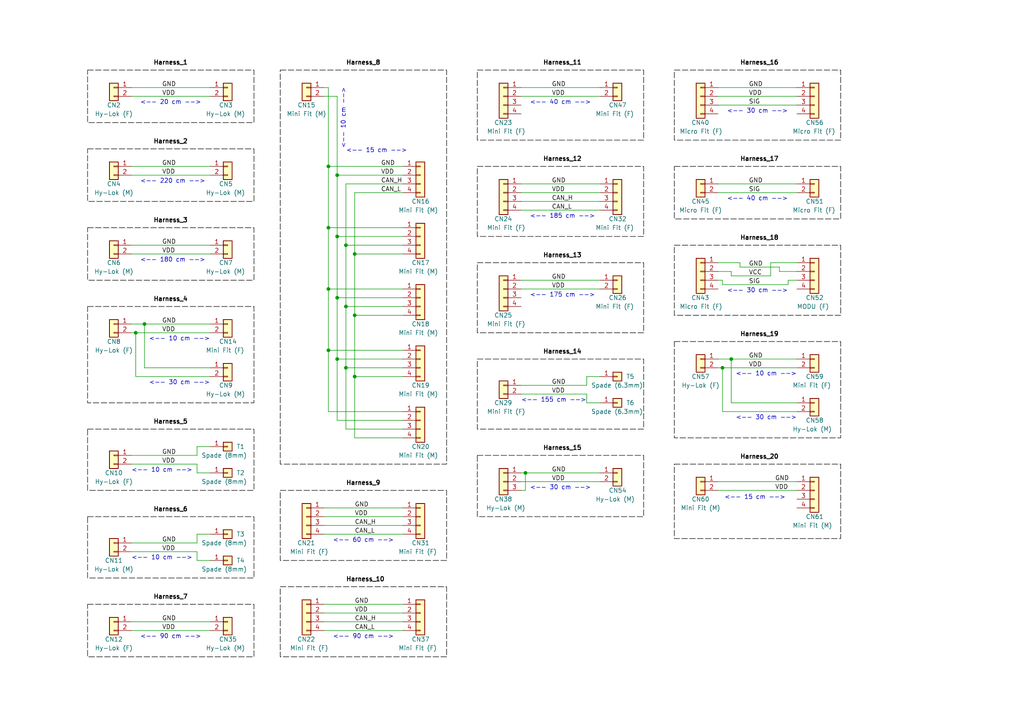
<source format=kicad_sch>
(kicad_sch (version 20250114) (generator "eeschema") (generator_version "9.0")
  (paper "A4")
  (title_block (title "Harnesses 1 - EcoMaua 2024 - Carbonasso") (date "2024-07-11") (rev "V1.0.0") (company "Instituto Mauá de Tecnologia"))
  (lib_symbols
    (symbol "Connector_Generic:Conn_01x01" (pin_names (offset 1.016) (hide yes))
      (property "Reference" "J" (at 0 2.54 0))
      (property "Value" "Conn_01x01" (at 0 -2.54 0))
      (symbol "Conn_01x01_1_1"
        (rectangle (start -1.27 1.27) (end 1.27 -1.27) (stroke (width 0.254)) (fill (type background)))
        (rectangle (start -1.27 0.127) (end 0 -0.127) (stroke (width 0.1524)))
        (pin passive line (at -5.08 0 0) (length 3.81) (name "Pin_1") (number "1"))
      )
    )
    (symbol "Connector_Generic:Conn_01x02" (pin_names (offset 1.016) (hide yes))
      (property "Reference" "J" (at 0 2.54 0))
      (property "Value" "Conn_01x02" (at 0 -5.08 0))
      (symbol "Conn_01x02_1_1"
        (rectangle (start -1.27 1.27) (end 1.27 -3.81) (stroke (width 0.254)) (fill (type background)))
        (rectangle (start -1.27 0.127) (end 0 -0.127) (stroke (width 0.1524)))
        (rectangle (start -1.27 -2.413) (end 0 -2.667) (stroke (width 0.1524)))
        (pin passive line (at -5.08 0 0) (length 3.81) (name "Pin_1") (number "1"))
        (pin passive line (at -5.08 -2.54 0) (length 3.81) (name "Pin_2") (number "2"))
      )
    )
    (symbol "Connector_Generic:Conn_01x03" (pin_names (offset 1.016) (hide yes))
      (property "Reference" "J" (at 0 5.08 0))
      (property "Value" "Conn_01x03" (at 0 -5.08 0))
      (symbol "Conn_01x03_1_1"
        (rectangle (start -1.27 3.81) (end 1.27 -3.81) (stroke (width 0.254)) (fill (type background)))
        (rectangle (start -1.27 2.667) (end 0 2.413) (stroke (width 0.1524)))
        (rectangle (start -1.27 0.127) (end 0 -0.127) (stroke (width 0.1524)))
        (rectangle (start -1.27 -2.413) (end 0 -2.667) (stroke (width 0.1524)))
        (pin passive line (at -5.08 2.54 0) (length 3.81) (name "Pin_1") (number "1"))
        (pin passive line (at -5.08 0 0) (length 3.81) (name "Pin_2") (number "2"))
        (pin passive line (at -5.08 -2.54 0) (length 3.81) (name "Pin_3") (number "3"))
      )
    )
    (symbol "Connector_Generic:Conn_01x04" (pin_names (offset 1.016) (hide yes))
      (property "Reference" "J" (at 0 5.08 0))
      (property "Value" "Conn_01x04" (at 0 -7.62 0))
      (symbol "Conn_01x04_1_1"
        (rectangle (start -1.27 3.81) (end 1.27 -6.35) (stroke (width 0.254)) (fill (type background)))
        (rectangle (start -1.27 2.667) (end 0 2.413) (stroke (width 0.1524)))
        (rectangle (start -1.27 0.127) (end 0 -0.127) (stroke (width 0.1524)))
        (rectangle (start -1.27 -2.413) (end 0 -2.667) (stroke (width 0.1524)))
        (rectangle (start -1.27 -4.953) (end 0 -5.207) (stroke (width 0.1524)))
        (pin passive line (at -5.08 2.54 0) (length 3.81) (name "Pin_1") (number "1"))
        (pin passive line (at -5.08 0 0) (length 3.81) (name "Pin_2") (number "2"))
        (pin passive line (at -5.08 -2.54 0) (length 3.81) (name "Pin_3") (number "3"))
        (pin passive line (at -5.08 -5.08 0) (length 3.81) (name "Pin_4") (number "4"))
      )
    )
  )
  (rectangle (start 138.43 104.14) (end 186.69 124.46) (stroke (width 0) (type dash) (color 0 0 0 1)))
  (rectangle (start 195.58 99.06) (end 243.84 127) (stroke (width 0) (type dash) (color 0 0 0 1)))
  (rectangle (start 81.28 20.32) (end 129.54 134.62) (stroke (width 0) (type dash) (color 0 0 0 1)))
  (rectangle (start 25.4 43.18) (end 73.66 58.42) (stroke (width 0) (type dash) (color 0 0 0 1)))
  (rectangle (start 25.4 175.26) (end 73.66 190.5) (stroke (width 0) (type dash) (color 0 0 0 1)))
  (rectangle (start 138.43 76.2) (end 186.69 96.52) (stroke (width 0) (type dash) (color 0 0 0 1)))
  (rectangle (start 25.4 20.32) (end 73.66 35.56) (stroke (width 0) (type dash) (color 0 0 0 1)))
  (rectangle (start 25.4 66.04) (end 73.66 81.28) (stroke (width 0) (type dash) (color 0 0 0 1)))
  (rectangle (start 25.4 149.86) (end 73.66 167.64) (stroke (width 0) (type dash) (color 0 0 0 1)))
  (rectangle (start 195.58 20.32) (end 243.84 40.64) (stroke (width 0) (type dash) (color 0 0 0 1)))
  (rectangle (start 81.28 142.24) (end 129.54 162.56) (stroke (width 0) (type dash) (color 0 0 0 1)))
  (rectangle (start 81.28 170.18) (end 129.54 190.5) (stroke (width 0) (type dash) (color 0 0 0 1)))
  (rectangle (start 195.58 71.12) (end 243.84 91.44) (stroke (width 0) (type dash) (color 0 0 0 1)))
  (rectangle (start 138.43 48.26) (end 186.69 68.58) (stroke (width 0) (type dash) (color 0 0 0 1)))
  (rectangle (start 25.4 124.46) (end 73.66 142.24) (stroke (width 0) (type dash) (color 0 0 0 1)))
  (rectangle (start 195.58 134.62) (end 243.84 156.21) (stroke (width 0) (type dash) (color 0 0 0 1)))
  (rectangle (start 25.4 88.9) (end 73.66 116.84) (stroke (width 0) (type dash) (color 0 0 0 1)))
  (rectangle (start 195.58 48.26) (end 243.84 63.5) (stroke (width 0) (type dash) (color 0 0 0 1)))
  (rectangle (start 138.43 20.32) (end 186.69 40.64) (stroke (width 0) (type dash) (color 0 0 0 1)))
  (rectangle (start 138.43 132.08) (end 186.69 149.86) (stroke (width 0) (type dash) (color 0 0 0 1)))
  (text "Harness_15" (at 157.48 130.81 0) (effects (font (size 1.27 1.27) (thickness 0.254) (bold yes)) (justify left bottom)))
  (text "<-- 175 cm -->" (at 153.67 86.36 0) (effects (font (size 1.27 1.27)) (justify left bottom)))
  (text "<-- 15 cm -->" (at 118.11 44.45 0) (effects (font (size 1.27 1.27)) (justify right bottom)))
  (text "<-- 15 cm -->" (at 227.838 145.034 0) (effects (font (size 1.27 1.27)) (justify right bottom)))
  (text "Harness_20" (at 214.63 133.35 0) (effects (font (size 1.27 1.27) (thickness 0.254) (bold yes)) (justify left bottom)))
  (text "<-- 30 cm -->" (at 210.82 33.02 0) (effects (font (size 1.27 1.27)) (justify left bottom)))
  (text "Harness_18" (at 214.63 69.85 0) (effects (font (size 1.27 1.27) (thickness 0.254) (bold yes)) (justify left bottom)))
  (text "<-- 90 cm -->" (at 96.52 185.42 0) (effects (font (size 1.27 1.27)) (justify left bottom)))
  (text "<-- 180 cm -->" (at 40.64 76.2 0) (effects (font (size 1.27 1.27)) (justify left bottom)))
  (text "<-- 10 cm -->" (at 43.18 99.06 0) (effects (font (size 1.27 1.27)) (justify left bottom)))
  (text "<-- 40 cm -->" (at 210.82 58.42 0) (effects (font (size 1.27 1.27)) (justify left bottom)))
  (text "<-- 155 cm -->" (at 151.13 116.84 0) (effects (font (size 1.27 1.27)) (justify left bottom)))
  (text "<-- 220 cm -->" (at 40.64 53.34 0) (effects (font (size 1.27 1.27)) (justify left bottom)))
  (text "Harness_19" (at 214.63 97.79 0) (effects (font (size 1.27 1.27) (thickness 0.254) (bold yes)) (justify left bottom)))
  (text "Harness_14" (at 157.48 102.87 0) (effects (font (size 1.27 1.27) (thickness 0.254) (bold yes)) (justify left bottom)))
  (text "<-- 10 cm -->" (at 213.36 109.22 0) (effects (font (size 1.27 1.27)) (justify left bottom)))
  (text "<-- 185 cm -->" (at 153.67 63.5 0) (effects (font (size 1.27 1.27)) (justify left bottom)))
  (text "Harness_6" (at 44.45 148.59 0) (effects (font (size 1.27 1.27) (thickness 0.254) (bold yes)) (justify left bottom)))
  (text "<-- 90 cm -->" (at 40.64 185.42 0) (effects (font (size 1.27 1.27)) (justify left bottom)))
  (text "<-- 30 cm -->" (at 213.36 121.92 0) (effects (font (size 1.27 1.27)) (justify left bottom)))
  (text "<-- 30 cm -->" (at 153.67 142.24 0) (effects (font (size 1.27 1.27)) (justify left bottom)))
  (text "Harness_4" (at 44.45 87.63 0) (effects (font (size 1.27 1.27) (thickness 0.254) (bold yes)) (justify left bottom)))
  (text "Harness_13" (at 157.48 74.93 0) (effects (font (size 1.27 1.27) (thickness 0.254) (bold yes)) (justify left bottom)))
  (text "Harness_3" (at 44.45 64.77 0) (effects (font (size 1.27 1.27) (thickness 0.254) (bold yes)) (justify left bottom)))
  (text "<-- 60 cm -->" (at 96.52 157.48 0) (effects (font (size 1.27 1.27)) (justify left bottom)))
  (text "Harness_7" (at 44.45 173.99 0) (effects (font (size 1.27 1.27) (thickness 0.254) (bold yes)) (justify left bottom)))
  (text "<-- 40 cm -->" (at 153.67 30.48 0) (effects (font (size 1.27 1.27)) (justify left bottom)))
  (text "Harness_11" (at 157.48 19.05 0) (effects (font (size 1.27 1.27) (thickness 0.254) (bold yes)) (justify left bottom)))
  (text "Harness_8" (at 100.33 19.05 0) (effects (font (size 1.27 1.27) (thickness 0.254) (bold yes)) (justify left bottom)))
  (text "Harness_17" (at 214.63 46.99 0) (effects (font (size 1.27 1.27) (thickness 0.254) (bold yes)) (justify left bottom)))
  (text "<-- 10 cm -->" (at 38.1 137.16 0) (effects (font (size 1.27 1.27)) (justify left bottom)))
  (text "<-- 10 cm -->" (at 38.1 162.56 0) (effects (font (size 1.27 1.27)) (justify left bottom)))
  (text "Harness_5" (at 44.45 123.19 0) (effects (font (size 1.27 1.27) (thickness 0.254) (bold yes)) (justify left bottom)))
  (text "Harness_12" (at 157.48 46.99 0) (effects (font (size 1.27 1.27) (thickness 0.254) (bold yes)) (justify left bottom)))
  (text "<-- 20 cm -->" (at 40.64 30.48 0) (effects (font (size 1.27 1.27)) (justify left bottom)))
  (text "Harness_10" (at 100.33 168.91 0) (effects (font (size 1.27 1.27) (thickness 0.254) (bold yes)) (justify left bottom)))
  (text "Harness_2" (at 44.45 41.91 0) (effects (font (size 1.27 1.27) (thickness 0.254) (bold yes)) (justify left bottom)))
  (text "Harness_16" (at 214.63 19.05 0) (effects (font (size 1.27 1.27) (thickness 0.254) (bold yes)) (justify left bottom)))
  (text "<-- 30 cm -->" (at 43.18 111.76 0) (effects (font (size 1.27 1.27)) (justify left bottom)))
  (text "<-- 30 cm -->" (at 210.82 85.09 0) (effects (font (size 1.27 1.27)) (justify left bottom)))
  (text "Harness_9" (at 100.33 140.97 0) (effects (font (size 1.27 1.27) (thickness 0.254) (bold yes)) (justify left bottom)))
  (text "Harness_1" (at 44.45 19.05 0) (effects (font (size 1.27 1.27) (thickness 0.254) (bold yes)) (justify left bottom)))
  (text "<-- 10 cm -->" (at 100.33 43.18 90) (effects (font (size 1.27 1.27)) (justify left bottom)))
  (junction (at 39.37 96.52))
  (junction (at 102.87 91.44))
  (junction (at 95.25 66.04))
  (junction (at 102.87 109.22))
  (junction (at 152.4 137.16))
  (junction (at 100.33 71.12))
  (junction (at 100.33 88.9))
  (junction (at 95.25 83.82))
  (junction (at 97.79 86.36))
  (junction (at 41.91 93.98))
  (junction (at 97.79 68.58))
  (junction (at 209.55 106.68))
  (junction (at 102.87 73.66))
  (junction (at 97.79 50.8))
  (junction (at 100.33 106.68))
  (junction (at 95.25 101.6))
  (junction (at 95.25 48.26))
  (junction (at 212.09 104.14))
  (junction (at 97.79 104.14))
  (wire (pts (xy 57.15 154.94) (xy 57.15 157.48)))
  (wire (pts (xy 151.13 114.3) (xy 170.18 114.3)))
  (wire (pts (xy 116.84 86.36) (xy 97.79 86.36)))
  (wire (pts (xy 209.55 82.55) (xy 209.55 81.28)))
  (wire (pts (xy 151.13 53.34) (xy 173.99 53.34)))
  (wire (pts (xy 60.96 137.16) (xy 57.15 137.16)))
  (wire (pts (xy 93.98 25.4) (xy 95.25 25.4)))
  (wire (pts (xy 95.25 83.82) (xy 95.25 101.6)))
  (wire (pts (xy 102.87 109.22) (xy 116.84 109.22)))
  (wire (pts (xy 38.1 50.8) (xy 60.96 50.8)))
  (wire (pts (xy 38.1 157.48) (xy 57.15 157.48)))
  (wire (pts (xy 93.98 154.94) (xy 116.84 154.94)))
  (wire (pts (xy 208.28 27.94) (xy 231.14 27.94)))
  (wire (pts (xy 97.79 27.94) (xy 97.79 50.8)))
  (wire (pts (xy 116.84 101.6) (xy 95.25 101.6)))
  (wire (pts (xy 95.25 66.04) (xy 95.25 83.82)))
  (wire (pts (xy 231.14 116.84) (xy 212.09 116.84)))
  (wire (pts (xy 102.87 91.44) (xy 116.84 91.44)))
  (wire (pts (xy 116.84 68.58) (xy 97.79 68.58)))
  (wire (pts (xy 93.98 147.32) (xy 116.84 147.32)))
  (wire (pts (xy 38.1 48.26) (xy 60.96 48.26)))
  (wire (pts (xy 170.18 116.84) (xy 173.99 116.84)))
  (wire (pts (xy 97.79 68.58) (xy 97.79 86.36)))
  (wire (pts (xy 100.33 71.12) (xy 100.33 88.9)))
  (wire (pts (xy 57.15 132.08) (xy 38.1 132.08)))
  (wire (pts (xy 208.28 55.88) (xy 231.14 55.88)))
  (wire (pts (xy 102.87 55.88) (xy 116.84 55.88)))
  (wire (pts (xy 102.87 73.66) (xy 116.84 73.66)))
  (wire (pts (xy 38.1 25.4) (xy 60.96 25.4)))
  (wire (pts (xy 100.33 71.12) (xy 116.84 71.12)))
  (wire (pts (xy 116.84 127) (xy 102.87 127)))
  (wire (pts (xy 100.33 88.9) (xy 116.84 88.9)))
  (wire (pts (xy 57.15 137.16) (xy 57.15 134.62)))
  (wire (pts (xy 170.18 109.22) (xy 173.99 109.22)))
  (wire (pts (xy 41.91 106.68) (xy 41.91 93.98)))
  (wire (pts (xy 209.55 81.28) (xy 208.28 81.28)))
  (wire (pts (xy 151.13 111.76) (xy 170.18 111.76)))
  (wire (pts (xy 228.6 82.55) (xy 209.55 82.55)))
  (wire (pts (xy 116.84 83.82) (xy 95.25 83.82)))
  (wire (pts (xy 151.13 60.96) (xy 173.99 60.96)))
  (wire (pts (xy 151.13 142.24) (xy 152.4 142.24)))
  (wire (pts (xy 208.28 142.24) (xy 231.14 142.24)))
  (wire (pts (xy 209.55 106.68) (xy 209.55 119.38)))
  (wire (pts (xy 38.1 182.88) (xy 60.96 182.88)))
  (wire (pts (xy 57.15 129.54) (xy 57.15 132.08)))
  (wire (pts (xy 39.37 96.52) (xy 60.96 96.52)))
  (wire (pts (xy 93.98 149.86) (xy 116.84 149.86)))
  (wire (pts (xy 38.1 180.34) (xy 60.96 180.34)))
  (wire (pts (xy 100.33 106.68) (xy 116.84 106.68)))
  (wire (pts (xy 151.13 55.88) (xy 173.99 55.88)))
  (wire (pts (xy 208.28 25.4) (xy 231.14 25.4)))
  (wire (pts (xy 226.06 77.47) (xy 226.06 78.74)))
  (wire (pts (xy 226.06 78.74) (xy 231.14 78.74)))
  (wire (pts (xy 100.33 53.34) (xy 116.84 53.34)))
  (wire (pts (xy 60.96 162.56) (xy 57.15 162.56)))
  (wire (pts (xy 93.98 180.34) (xy 116.84 180.34)))
  (wire (pts (xy 231.14 119.38) (xy 209.55 119.38)))
  (wire (pts (xy 208.28 30.48) (xy 231.14 30.48)))
  (wire (pts (xy 116.84 66.04) (xy 95.25 66.04)))
  (wire (pts (xy 170.18 114.3) (xy 170.18 116.84)))
  (wire (pts (xy 214.63 76.2) (xy 208.28 76.2)))
  (wire (pts (xy 60.96 109.22) (xy 39.37 109.22)))
  (wire (pts (xy 57.15 154.94) (xy 60.96 154.94)))
  (wire (pts (xy 151.13 27.94) (xy 173.99 27.94)))
  (wire (pts (xy 93.98 152.4) (xy 116.84 152.4)))
  (wire (pts (xy 60.96 106.68) (xy 41.91 106.68)))
  (wire (pts (xy 41.91 93.98) (xy 60.96 93.98)))
  (wire (pts (xy 100.33 53.34) (xy 100.33 71.12)))
  (wire (pts (xy 151.13 139.7) (xy 173.99 139.7)))
  (wire (pts (xy 102.87 127) (xy 102.87 109.22)))
  (wire (pts (xy 97.79 27.94) (xy 93.98 27.94)))
  (wire (pts (xy 116.84 121.92) (xy 97.79 121.92)))
  (wire (pts (xy 209.55 106.68) (xy 231.14 106.68)))
  (wire (pts (xy 38.1 160.02) (xy 57.15 160.02)))
  (wire (pts (xy 93.98 182.88) (xy 116.84 182.88)))
  (wire (pts (xy 39.37 96.52) (xy 39.37 109.22)))
  (wire (pts (xy 228.6 81.28) (xy 231.14 81.28)))
  (wire (pts (xy 212.09 104.14) (xy 231.14 104.14)))
  (wire (pts (xy 57.15 129.54) (xy 60.96 129.54)))
  (wire (pts (xy 208.28 139.7) (xy 231.14 139.7)))
  (wire (pts (xy 100.33 88.9) (xy 100.33 106.68)))
  (wire (pts (xy 57.15 162.56) (xy 57.15 160.02)))
  (wire (pts (xy 38.1 134.62) (xy 57.15 134.62)))
  (wire (pts (xy 228.6 82.55) (xy 228.6 81.28)))
  (wire (pts (xy 151.13 25.4) (xy 173.99 25.4)))
  (wire (pts (xy 170.18 111.76) (xy 170.18 109.22)))
  (wire (pts (xy 100.33 124.46) (xy 100.33 106.68)))
  (wire (pts (xy 223.52 76.2) (xy 231.14 76.2)))
  (wire (pts (xy 116.84 119.38) (xy 95.25 119.38)))
  (wire (pts (xy 151.13 58.42) (xy 173.99 58.42)))
  (wire (pts (xy 102.87 91.44) (xy 102.87 73.66)))
  (wire (pts (xy 41.91 93.98) (xy 38.1 93.98)))
  (wire (pts (xy 116.84 104.14) (xy 97.79 104.14)))
  (wire (pts (xy 95.25 25.4) (xy 95.25 48.26)))
  (wire (pts (xy 38.1 71.12) (xy 60.96 71.12)))
  (wire (pts (xy 95.25 48.26) (xy 95.25 66.04)))
  (wire (pts (xy 39.37 96.52) (xy 38.1 96.52)))
  (wire (pts (xy 152.4 142.24) (xy 152.4 137.16)))
  (wire (pts (xy 151.13 81.28) (xy 173.99 81.28)))
  (wire (pts (xy 102.87 55.88) (xy 102.87 73.66)))
  (wire (pts (xy 212.09 116.84) (xy 212.09 104.14)))
  (wire (pts (xy 97.79 50.8) (xy 116.84 50.8)))
  (wire (pts (xy 151.13 83.82) (xy 173.99 83.82)))
  (wire (pts (xy 209.55 106.68) (xy 208.28 106.68)))
  (wire (pts (xy 223.52 80.01) (xy 212.09 80.01)))
  (wire (pts (xy 97.79 86.36) (xy 97.79 104.14)))
  (wire (pts (xy 212.09 80.01) (xy 212.09 78.74)))
  (wire (pts (xy 152.4 137.16) (xy 173.99 137.16)))
  (wire (pts (xy 100.33 124.46) (xy 116.84 124.46)))
  (wire (pts (xy 212.09 104.14) (xy 208.28 104.14)))
  (wire (pts (xy 223.52 80.01) (xy 223.52 76.2)))
  (wire (pts (xy 38.1 73.66) (xy 60.96 73.66)))
  (wire (pts (xy 93.98 175.26) (xy 116.84 175.26)))
  (wire (pts (xy 212.09 78.74) (xy 208.28 78.74)))
  (wire (pts (xy 97.79 50.8) (xy 97.79 68.58)))
  (wire (pts (xy 102.87 109.22) (xy 102.87 91.44)))
  (wire (pts (xy 226.06 77.47) (xy 214.63 77.47)))
  (wire (pts (xy 93.98 177.8) (xy 116.84 177.8)))
  (wire (pts (xy 95.25 101.6) (xy 95.25 119.38)))
  (wire (pts (xy 208.28 53.34) (xy 231.14 53.34)))
  (wire (pts (xy 95.25 48.26) (xy 116.84 48.26)))
  (wire (pts (xy 97.79 104.14) (xy 97.79 121.92)))
  (wire (pts (xy 38.1 27.94) (xy 60.96 27.94)))
  (wire (pts (xy 151.13 137.16) (xy 152.4 137.16)))
  (wire (pts (xy 214.63 77.47) (xy 214.63 76.2)))
  (label "GND" (at 160.02 137.16 0))
  (label "VDD" (at 160.02 114.3 0))
  (label "VDD" (at 46.99 50.8 0))
  (label "GND" (at 46.99 157.48 0))
  (label "GND" (at 46.99 180.34 0))
  (label "GND" (at 160.02 81.28 0))
  (label "VDD" (at 217.17 27.94 0))
  (label "GND" (at 217.17 104.14 0))
  (label "VDD" (at 46.99 160.02 0))
  (label "CAN_H" (at 102.87 180.34 0))
  (label "VDD" (at 160.02 83.82 0))
  (label "GND" (at 160.02 25.4 0))
  (label "SIG" (at 217.17 30.48 0))
  (label "GND" (at 224.79 139.7 0))
  (label "GND" (at 110.49 48.26 0))
  (label "VDD" (at 46.99 73.66 0))
  (label "GND" (at 217.17 77.47 0))
  (label "SIG" (at 217.17 55.88 0))
  (label "GND" (at 160.02 111.76 0))
  (label "GND" (at 46.99 132.08 0))
  (label "GND" (at 160.02 53.34 0))
  (label "GND" (at 46.99 71.12 0))
  (label "GND" (at 217.17 25.4 0))
  (label "SIG" (at 217.17 82.55 0))
  (label "VDD" (at 160.02 139.7 0))
  (label "CAN_H" (at 160.02 58.42 0))
  (label "VDD" (at 217.17 106.68 0))
  (label "CAN_L" (at 102.87 154.94 0))
  (label "VDD" (at 46.99 96.52 0))
  (label "VDD" (at 160.02 27.94 0))
  (label "VDD" (at 160.02 55.88 0))
  (label "GND" (at 102.87 147.32 0))
  (label "VDD" (at 46.99 134.62 0))
  (label "CAN_L" (at 102.87 182.88 0))
  (label "VDD" (at 46.99 27.94 0))
  (label "CAN_H" (at 110.49 53.34 0))
  (label "VDD" (at 102.87 177.8 0))
  (label "CAN_L" (at 160.02 60.96 0))
  (label "GND" (at 46.99 25.4 0))
  (label "VDD" (at 102.87 149.86 0))
  (label "GND" (at 46.99 48.26 0))
  (label "VDD" (at 224.79 142.24 0))
  (label "GND" (at 46.99 93.98 0))
  (label "VDD" (at 46.99 182.88 0))
  (label "VCC" (at 217.17 80.01 0))
  (label "GND" (at 217.17 53.34 0))
  (label "VDD" (at 110.49 50.8 0))
  (label "CAN_L" (at 110.49 55.88 0))
  (label "GND" (at 102.87 175.26 0))
  (label "CAN_H" (at 102.87 152.4 0))
  (symbol (lib_id "Connector_Generic:Conn_01x04") (at 121.92 149.86 0) (unit 1)
    (property "Reference" "CN31" (at 119.38 157.48 0) (effects (justify left)))
    (property "Value" "Mini Fit (F)" (at 115.57 160.02 0) (effects (justify left)))
    (property "Pin Count" "4" (effects (hide yes)))
  )
  (symbol (lib_id "Connector_Generic:Conn_01x04") (at 88.9 149.86 0) (mirror y) (unit 1)
    (property "Reference" "CN21" (at 91.44 157.48 0) (effects (justify left)))
    (property "Value" "Mini Fit (F)" (at 95.25 160.02 0) (effects (justify left)))
    (property "Pin Count" "4" (effects (hide yes)))
  )
  (symbol (lib_id "Connector_Generic:Conn_01x01") (at 66.04 137.16 0) (unit 1)
    (property "Reference" "T2" (at 68.58 137.16 0) (effects (justify left)))
    (property "Value" "Spade (8mm)" (at 58.42 139.7 0) (effects (justify left)))
    (property "Pin Count" "1" (effects (hide yes)))
  )
  (symbol (lib_id "Connector_Generic:Conn_01x02") (at 33.02 157.48 0) (mirror y) (unit 1)
    (property "Reference" "CN11" (at 33.02 162.56 0))
    (property "Value" "Hy-Lok (M)" (at 33.02 165.1 0))
    (property "Pin Count" "2" (effects (hide yes)))
  )
  (symbol (lib_id "Connector_Generic:Conn_01x04") (at 236.22 27.94 0) (unit 1)
    (property "Reference" "CN56" (at 233.68 35.56 0) (effects (justify left)))
    (property "Value" "Micro Fit (F)" (at 229.87 38.1 0) (effects (justify left)))
    (property "Pin Count" "4" (effects (hide yes)))
  )
  (symbol (lib_id "Connector_Generic:Conn_01x01") (at 179.07 109.22 0) (unit 1)
    (property "Reference" "T5" (at 181.61 109.22 0) (effects (justify left)))
    (property "Value" "Spade (6.3mm)" (at 171.45 111.76 0) (effects (justify left)))
    (property "Pin Count" "1" (effects (hide yes)))
  )
  (symbol (lib_id "Connector_Generic:Conn_01x02") (at 179.07 81.28 0) (unit 1)
    (property "Reference" "CN26" (at 176.53 86.36 0) (effects (justify left)))
    (property "Value" "Mini Fit (F)" (at 172.72 88.9 0) (effects (justify left)))
    (property "Pin Count" "2" (effects (hide yes)))
  )
  (symbol (lib_id "Connector_Generic:Conn_01x02") (at 66.04 180.34 0) (unit 1)
    (property "Reference" "CN35" (at 63.5 185.42 0) (effects (justify left)))
    (property "Value" "Hy-Lok (M)" (at 59.69 187.96 0) (effects (justify left)))
    (property "Pin Count" "2" (effects (hide yes)))
  )
  (symbol (lib_id "Connector_Generic:Conn_01x02") (at 236.22 53.34 0) (unit 1)
    (property "Reference" "CN51" (at 233.68 58.42 0) (effects (justify left)))
    (property "Value" "Micro Fit (F)" (at 229.87 60.96 0) (effects (justify left)))
    (property "Pin Count" "2" (effects (hide yes)))
  )
  (symbol (lib_id "Connector_Generic:Conn_01x04") (at 203.2 27.94 0) (mirror y) (unit 1)
    (property "Reference" "CN40" (at 205.74 35.56 0) (effects (justify left)))
    (property "Value" "Micro Fit (F)" (at 209.55 38.1 0) (effects (justify left)))
    (property "Pin Count" "4" (effects (hide yes)))
  )
  (symbol (lib_id "Connector_Generic:Conn_01x02") (at 66.04 106.68 0) (unit 1)
    (property "Reference" "CN9" (at 63.5 111.76 0) (effects (justify left)))
    (property "Value" "Hy-Lok (M)" (at 59.69 114.3 0) (effects (justify left)))
    (property "Pin Count" "2" (effects (hide yes)))
  )
  (symbol (lib_id "Connector_Generic:Conn_01x02") (at 66.04 25.4 0) (unit 1)
    (property "Reference" "CN3" (at 63.5 30.48 0) (effects (justify left)))
    (property "Value" "Hy-Lok (M)" (at 59.69 33.02 0) (effects (justify left)))
    (property "Pin Count" "2" (effects (hide yes)))
  )
  (symbol (lib_id "Connector_Generic:Conn_01x01") (at 179.07 116.84 0) (unit 1)
    (property "Reference" "T6" (at 181.61 116.84 0) (effects (justify left)))
    (property "Value" "Spade (6.3mm)" (at 171.45 119.38 0) (effects (justify left)))
    (property "Pin Count" "1" (effects (hide yes)))
  )
  (symbol (lib_id "Connector_Generic:Conn_01x04") (at 179.07 55.88 0) (unit 1)
    (property "Reference" "CN32" (at 176.53 63.5 0) (effects (justify left)))
    (property "Value" "Mini Fit (F)" (at 172.72 66.04 0) (effects (justify left)))
    (property "Pin Count" "4" (effects (hide yes)))
  )
  (symbol (lib_id "Connector_Generic:Conn_01x02") (at 203.2 104.14 0) (mirror y) (unit 1)
    (property "Reference" "CN57" (at 203.2 109.22 0))
    (property "Value" "Hy-Lok (F)" (at 203.2 111.76 0))
    (property "Pin Count" "2" (effects (hide yes)))
  )
  (symbol (lib_id "Connector_Generic:Conn_01x04") (at 121.92 121.92 0) (unit 1)
    (property "Reference" "CN20" (at 119.38 129.54 0) (effects (justify left)))
    (property "Value" "Mini Fit (M)" (at 115.57 132.08 0) (effects (justify left)))
    (property "Pin Count" "4" (effects (hide yes)))
  )
  (symbol (lib_id "Connector_Generic:Conn_01x04") (at 121.92 104.14 0) (unit 1)
    (property "Reference" "CN19" (at 119.38 111.76 0) (effects (justify left)))
    (property "Value" "Mini Fit (M)" (at 115.57 114.3 0) (effects (justify left)))
    (property "Pin Count" "4" (effects (hide yes)))
  )
  (symbol (lib_id "Connector_Generic:Conn_01x04") (at 121.92 177.8 0) (unit 1)
    (property "Reference" "CN37" (at 119.38 185.42 0) (effects (justify left)))
    (property "Value" "Mini Fit (F)" (at 115.57 187.96 0) (effects (justify left)))
    (property "Pin Count" "4" (effects (hide yes)))
  )
  (symbol (lib_id "Connector_Generic:Conn_01x04") (at 121.92 50.8 0) (unit 1)
    (property "Reference" "CN16" (at 119.38 58.42 0) (effects (justify left)))
    (property "Value" "Mini Fit (M)" (at 115.57 60.96 0) (effects (justify left)))
    (property "Pin Count" "4" (effects (hide yes)))
  )
  (symbol (lib_id "Connector_Generic:Conn_01x02") (at 88.9 25.4 0) (mirror y) (unit 1)
    (property "Reference" "CN15" (at 88.9 30.48 0))
    (property "Value" "Mini Fit (M)" (at 88.9 33.02 0))
    (property "Pin Count" "2" (effects (hide yes)))
  )
  (symbol (lib_id "Connector_Generic:Conn_01x02") (at 66.04 71.12 0) (unit 1)
    (property "Reference" "CN7" (at 63.5 76.2 0) (effects (justify left)))
    (property "Value" "Hy-Lok (M)" (at 59.69 78.74 0) (effects (justify left)))
    (property "Pin Count" "2" (effects (hide yes)))
  )
  (symbol (lib_id "Connector_Generic:Conn_01x04") (at 121.92 68.58 0) (unit 1)
    (property "Reference" "CN17" (at 119.38 76.2 0) (effects (justify left)))
    (property "Value" "Mini Fit (M)" (at 115.57 78.74 0) (effects (justify left)))
    (property "Pin Count" "4" (effects (hide yes)))
  )
  (symbol (lib_id "Connector_Generic:Conn_01x01") (at 66.04 154.94 0) (unit 1)
    (property "Reference" "T3" (at 68.58 154.94 0) (effects (justify left)))
    (property "Value" "Spade (8mm)" (at 58.42 157.48 0) (effects (justify left)))
    (property "Pin Count" "1" (effects (hide yes)))
  )
  (symbol (lib_id "Connector_Generic:Conn_01x04") (at 236.22 142.24 0) (unit 1)
    (property "Reference" "CN61" (at 233.68 149.86 0) (effects (justify left)))
    (property "Value" "Mini Fit (M)" (at 229.87 152.4 0) (effects (justify left)))
    (property "Pin Count" "4" (effects (hide yes)))
  )
  (symbol (lib_id "Connector_Generic:Conn_01x04") (at 203.2 78.74 0) (mirror y) (unit 1)
    (property "Reference" "CN43" (at 205.74 86.36 0) (effects (justify left)))
    (property "Value" "Micro Fit (F)" (at 209.55 88.9 0) (effects (justify left)))
    (property "Pin Count" "4" (effects (hide yes)))
  )
  (symbol (lib_id "Connector_Generic:Conn_01x02") (at 179.07 25.4 0) (unit 1)
    (property "Reference" "CN47" (at 176.53 30.48 0) (effects (justify left)))
    (property "Value" "Mini Fit (F)" (at 172.72 33.02 0) (effects (justify left)))
    (property "Pin Count" "2" (effects (hide yes)))
  )
  (symbol (lib_id "Connector_Generic:Conn_01x04") (at 88.9 177.8 0) (mirror y) (unit 1)
    (property "Reference" "CN22" (at 91.44 185.42 0) (effects (justify left)))
    (property "Value" "Mini Fit (F)" (at 95.25 187.96 0) (effects (justify left)))
    (property "Pin Count" "4" (effects (hide yes)))
  )
  (symbol (lib_id "Connector_Generic:Conn_01x03") (at 146.05 139.7 0) (mirror y) (unit 1)
    (property "Reference" "CN38" (at 148.59 144.78 0) (effects (justify left)))
    (property "Value" "Hy-Lok (M)" (at 152.4 147.32 0) (effects (justify left)))
    (property "Pin Count" "3" (effects (hide yes)))
  )
  (symbol (lib_id "Connector_Generic:Conn_01x02") (at 236.22 116.84 0) (unit 1)
    (property "Reference" "CN58" (at 233.68 121.92 0) (effects (justify left)))
    (property "Value" "Hy-Lok (M)" (at 229.87 124.46 0) (effects (justify left)))
    (property "Pin Count" "2" (effects (hide yes)))
  )
  (symbol (lib_id "Connector_Generic:Conn_01x04") (at 146.05 55.88 0) (mirror y) (unit 1)
    (property "Reference" "CN24" (at 148.59 63.5 0) (effects (justify left)))
    (property "Value" "Mini Fit (F)" (at 152.4 66.04 0) (effects (justify left)))
    (property "Pin Count" "4" (effects (hide yes)))
  )
  (symbol (lib_id "Connector_Generic:Conn_01x04") (at 121.92 86.36 0) (unit 1)
    (property "Reference" "CN18" (at 119.38 93.98 0) (effects (justify left)))
    (property "Value" "Mini Fit (M)" (at 115.57 96.52 0) (effects (justify left)))
    (property "Pin Count" "4" (effects (hide yes)))
  )
  (symbol (lib_id "Connector_Generic:Conn_01x02") (at 203.2 139.7 0) (mirror y) (unit 1)
    (property "Reference" "CN60" (at 203.2 144.78 0))
    (property "Value" "Mini Fit (M)" (at 203.2 147.32 0))
    (property "Pin Count" "2" (effects (hide yes)))
  )
  (symbol (lib_id "Connector_Generic:Conn_01x02") (at 33.02 25.4 0) (mirror y) (unit 1)
    (property "Reference" "CN2" (at 33.02 30.48 0))
    (property "Value" "Hy-Lok (F)" (at 33.02 33.02 0))
    (property "Pin Count" "2" (effects (hide yes)))
  )
  (symbol (lib_id "Connector_Generic:Conn_01x04") (at 146.05 83.82 0) (mirror y) (unit 1)
    (property "Reference" "CN25" (at 148.59 91.44 0) (effects (justify left)))
    (property "Value" "Mini Fit (F)" (at 152.4 93.98 0) (effects (justify left)))
    (property "Pin Count" "4" (effects (hide yes)))
  )
  (symbol (lib_id "Connector_Generic:Conn_01x04") (at 236.22 78.74 0) (unit 1)
    (property "Reference" "CN52" (at 233.68 86.36 0) (effects (justify left)))
    (property "Value" "MODU (F)" (at 231.14 88.9 0) (effects (justify left)))
    (property "Pin Count" "4" (effects (hide yes)))
  )
  (symbol (lib_id "Connector_Generic:Conn_01x02") (at 203.2 53.34 0) (mirror y) (unit 1)
    (property "Reference" "CN45" (at 203.2 58.42 0))
    (property "Value" "Micro Fit (F)" (at 203.2 60.96 0))
    (property "Pin Count" "2" (effects (hide yes)))
  )
  (symbol (lib_id "Connector_Generic:Conn_01x04") (at 146.05 27.94 0) (mirror y) (unit 1)
    (property "Reference" "CN23" (at 148.59 35.56 0) (effects (justify left)))
    (property "Value" "Mini Fit (F)" (at 152.4 38.1 0) (effects (justify left)))
    (property "Pin Count" "4" (effects (hide yes)))
  )
  (symbol (lib_id "Connector_Generic:Conn_01x02") (at 33.02 48.26 0) (mirror y) (unit 1)
    (property "Reference" "CN4" (at 33.02 53.34 0))
    (property "Value" "Hy-Lok (M)" (at 33.02 55.88 0))
    (property "Pin Count" "2" (effects (hide yes)))
  )
  (symbol (lib_id "Connector_Generic:Conn_01x02") (at 33.02 93.98 0) (mirror y) (unit 1)
    (property "Reference" "CN8" (at 33.02 99.06 0))
    (property "Value" "Hy-Lok (F)" (at 33.02 101.6 0))
    (property "Pin Count" "2" (effects (hide yes)))
  )
  (symbol (lib_id "Connector_Generic:Conn_01x02") (at 33.02 132.08 0) (mirror y) (unit 1)
    (property "Reference" "CN10" (at 33.02 137.16 0))
    (property "Value" "Hy-Lok (F)" (at 33.02 139.7 0))
    (property "Pin Count" "2" (effects (hide yes)))
  )
  (symbol (lib_id "Connector_Generic:Conn_01x02") (at 146.05 111.76 0) (mirror y) (unit 1)
    (property "Reference" "CN29" (at 148.59 116.84 0) (effects (justify left)))
    (property "Value" "Mini Fit (F)" (at 152.4 119.38 0) (effects (justify left)))
    (property "Pin Count" "2" (effects (hide yes)))
  )
  (symbol (lib_id "Connector_Generic:Conn_01x01") (at 66.04 129.54 0) (unit 1)
    (property "Reference" "T1" (at 68.58 129.54 0) (effects (justify left)))
    (property "Value" "Spade (8mm)" (at 58.42 132.08 0) (effects (justify left)))
    (property "Pin Count" "1" (effects (hide yes)))
  )
  (symbol (lib_id "Connector_Generic:Conn_01x02") (at 33.02 71.12 0) (mirror y) (unit 1)
    (property "Reference" "CN6" (at 33.02 76.2 0))
    (property "Value" "Hy-Lok (M)" (at 33.02 78.74 0))
    (property "Pin Count" "2" (effects (hide yes)))
  )
  (symbol (lib_id "Connector_Generic:Conn_01x02") (at 33.02 180.34 0) (mirror y) (unit 1)
    (property "Reference" "CN12" (at 33.02 185.42 0))
    (property "Value" "Hy-Lok (F)" (at 33.02 187.96 0))
    (property "Pin Count" "2" (effects (hide yes)))
  )
  (symbol (lib_id "Connector_Generic:Conn_01x02") (at 66.04 93.98 0) (unit 1)
    (property "Reference" "CN14" (at 63.5 99.06 0) (effects (justify left)))
    (property "Value" "Mini Fit (F)" (at 59.69 101.6 0) (effects (justify left)))
    (property "Pin Count" "2" (effects (hide yes)))
  )
  (symbol (lib_id "Connector_Generic:Conn_01x02") (at 66.04 48.26 0) (unit 1)
    (property "Reference" "CN5" (at 63.5 53.34 0) (effects (justify left)))
    (property "Value" "Hy-Lok (M)" (at 59.69 55.88 0) (effects (justify left)))
    (property "Pin Count" "2" (effects (hide yes)))
  )
  (symbol (lib_id "Connector_Generic:Conn_01x02") (at 179.07 137.16 0) (unit 1)
    (property "Reference" "CN54" (at 176.53 142.24 0) (effects (justify left)))
    (property "Value" "Hy-Lok (M)" (at 172.72 144.78 0) (effects (justify left)))
    (property "Pin Count" "2" (effects (hide yes)))
  )
  (symbol (lib_id "Connector_Generic:Conn_01x01") (at 66.04 162.56 0) (unit 1)
    (property "Reference" "T4" (at 68.58 162.56 0) (effects (justify left)))
    (property "Value" "Spade (8mm)" (at 58.42 165.1 0) (effects (justify left)))
    (property "Pin Count" "1" (effects (hide yes)))
  )
  (symbol (lib_id "Connector_Generic:Conn_01x02") (at 236.22 104.14 0) (unit 1)
    (property "Reference" "CN59" (at 233.68 109.22 0) (effects (justify left)))
    (property "Value" "Mini Fit (F)" (at 229.87 111.76 0) (effects (justify left)))
    (property "Pin Count" "2" (effects (hide yes)))
  )
)
</source>
